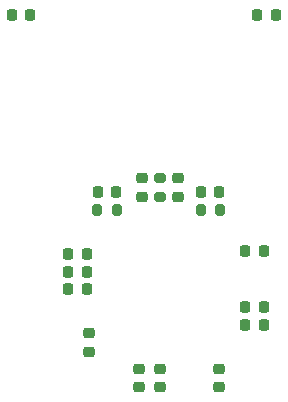
<source format=gbp>
%TF.GenerationSoftware,KiCad,Pcbnew,8.0.7*%
%TF.CreationDate,2025-01-02T12:23:41+01:00*%
%TF.ProjectId,kyncat,6b796e63-6174-42e6-9b69-6361645f7063,rev?*%
%TF.SameCoordinates,Original*%
%TF.FileFunction,Paste,Bot*%
%TF.FilePolarity,Positive*%
%FSLAX46Y46*%
G04 Gerber Fmt 4.6, Leading zero omitted, Abs format (unit mm)*
G04 Created by KiCad (PCBNEW 8.0.7) date 2025-01-02 12:23:41*
%MOMM*%
%LPD*%
G01*
G04 APERTURE LIST*
G04 Aperture macros list*
%AMRoundRect*
0 Rectangle with rounded corners*
0 $1 Rounding radius*
0 $2 $3 $4 $5 $6 $7 $8 $9 X,Y pos of 4 corners*
0 Add a 4 corners polygon primitive as box body*
4,1,4,$2,$3,$4,$5,$6,$7,$8,$9,$2,$3,0*
0 Add four circle primitives for the rounded corners*
1,1,$1+$1,$2,$3*
1,1,$1+$1,$4,$5*
1,1,$1+$1,$6,$7*
1,1,$1+$1,$8,$9*
0 Add four rect primitives between the rounded corners*
20,1,$1+$1,$2,$3,$4,$5,0*
20,1,$1+$1,$4,$5,$6,$7,0*
20,1,$1+$1,$6,$7,$8,$9,0*
20,1,$1+$1,$8,$9,$2,$3,0*%
G04 Aperture macros list end*
%ADD10RoundRect,0.225000X0.225000X0.250000X-0.225000X0.250000X-0.225000X-0.250000X0.225000X-0.250000X0*%
%ADD11RoundRect,0.200000X-0.275000X0.200000X-0.275000X-0.200000X0.275000X-0.200000X0.275000X0.200000X0*%
%ADD12RoundRect,0.225000X0.250000X-0.225000X0.250000X0.225000X-0.250000X0.225000X-0.250000X-0.225000X0*%
%ADD13RoundRect,0.225000X-0.225000X-0.250000X0.225000X-0.250000X0.225000X0.250000X-0.225000X0.250000X0*%
%ADD14RoundRect,0.225000X-0.250000X0.225000X-0.250000X-0.225000X0.250000X-0.225000X0.250000X0.225000X0*%
%ADD15RoundRect,0.200000X-0.200000X-0.275000X0.200000X-0.275000X0.200000X0.275000X-0.200000X0.275000X0*%
%ADD16RoundRect,0.200000X0.200000X0.275000X-0.200000X0.275000X-0.200000X-0.275000X0.200000X-0.275000X0*%
G04 APERTURE END LIST*
D10*
%TO.C,C1*%
X143025000Y-69000000D03*
X141475000Y-69000000D03*
%TD*%
D11*
%TO.C,FB4*%
X138000000Y-67800000D03*
X138000000Y-69450000D03*
%TD*%
D10*
%TO.C,C9*%
X146775000Y-74000000D03*
X145225000Y-74000000D03*
%TD*%
D12*
%TO.C,C11*%
X136250000Y-85525000D03*
X136250000Y-83975000D03*
%TD*%
D10*
%TO.C,C27*%
X127025000Y-54000000D03*
X125475000Y-54000000D03*
%TD*%
D13*
%TO.C,C10*%
X130225000Y-77250000D03*
X131775000Y-77250000D03*
%TD*%
D10*
%TO.C,C13*%
X146775000Y-80250000D03*
X145225000Y-80250000D03*
%TD*%
D14*
%TO.C,C8*%
X139500000Y-67850000D03*
X139500000Y-69400000D03*
%TD*%
D13*
%TO.C,C2*%
X132725000Y-69000000D03*
X134275000Y-69000000D03*
%TD*%
D10*
%TO.C,C4*%
X146775000Y-78750000D03*
X145225000Y-78750000D03*
%TD*%
D13*
%TO.C,C14*%
X130225000Y-74250000D03*
X131775000Y-74250000D03*
%TD*%
D10*
%TO.C,C22*%
X147775000Y-54000000D03*
X146225000Y-54000000D03*
%TD*%
D15*
%TO.C,FB2*%
X132675000Y-70500000D03*
X134325000Y-70500000D03*
%TD*%
D12*
%TO.C,C12*%
X143000000Y-85525000D03*
X143000000Y-83975000D03*
%TD*%
%TO.C,C6*%
X138000000Y-85525000D03*
X138000000Y-83975000D03*
%TD*%
D14*
%TO.C,C7*%
X136500000Y-67850000D03*
X136500000Y-69400000D03*
%TD*%
D16*
%TO.C,FB1*%
X143075000Y-70500000D03*
X141425000Y-70500000D03*
%TD*%
D13*
%TO.C,C5*%
X130225000Y-75750000D03*
X131775000Y-75750000D03*
%TD*%
D12*
%TO.C,C29*%
X132000000Y-82525000D03*
X132000000Y-80975000D03*
%TD*%
M02*

</source>
